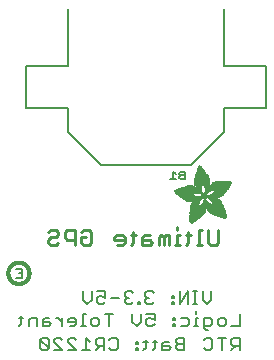
<source format=gbr>
G04 EAGLE Gerber RS-274X export*
G75*
%MOMM*%
%FSLAX34Y34*%
%LPD*%
%INSilkscreen Bottom*%
%IPPOS*%
%AMOC8*
5,1,8,0,0,1.08239X$1,22.5*%
G01*
%ADD10C,0.203200*%
%ADD11C,0.228600*%
%ADD12C,0.152400*%
%ADD13C,0.304800*%
%ADD14R,0.068600X0.007600*%
%ADD15R,0.114300X0.007600*%
%ADD16R,0.152400X0.007700*%
%ADD17R,0.182900X0.007600*%
%ADD18R,0.205700X0.007600*%
%ADD19R,0.228600X0.007600*%
%ADD20R,0.259100X0.007600*%
%ADD21R,0.274300X0.007700*%
%ADD22R,0.289500X0.007600*%
%ADD23R,0.304800X0.007600*%
%ADD24R,0.320100X0.007600*%
%ADD25R,0.342900X0.007600*%
%ADD26R,0.350500X0.007700*%
%ADD27R,0.365800X0.007600*%
%ADD28R,0.381000X0.007600*%
%ADD29R,0.388600X0.007600*%
%ADD30R,0.403800X0.007600*%
%ADD31R,0.419100X0.007700*%
%ADD32R,0.426700X0.007600*%
%ADD33R,0.441900X0.007600*%
%ADD34R,0.449600X0.007600*%
%ADD35R,0.464800X0.007600*%
%ADD36R,0.480000X0.007700*%
%ADD37R,0.487600X0.007600*%
%ADD38R,0.495300X0.007600*%
%ADD39R,0.510500X0.007600*%
%ADD40R,0.518100X0.007600*%
%ADD41R,0.525700X0.007700*%
%ADD42R,0.541000X0.007600*%
%ADD43R,0.548600X0.007600*%
%ADD44R,0.563800X0.007600*%
%ADD45R,0.571500X0.007600*%
%ADD46R,0.579100X0.007700*%
%ADD47R,0.594300X0.007600*%
%ADD48R,0.601900X0.007600*%
%ADD49R,0.609600X0.007600*%
%ADD50R,0.624800X0.007600*%
%ADD51R,0.632400X0.007700*%
%ADD52R,0.640000X0.007600*%
%ADD53R,0.655300X0.007600*%
%ADD54R,0.662900X0.007600*%
%ADD55R,0.678100X0.007600*%
%ADD56R,0.685800X0.007700*%
%ADD57R,0.693400X0.007600*%
%ADD58R,0.708600X0.007600*%
%ADD59R,0.716200X0.007600*%
%ADD60R,0.723900X0.007600*%
%ADD61R,0.739100X0.007700*%
%ADD62R,0.746700X0.007600*%
%ADD63R,0.754300X0.007600*%
%ADD64R,0.769600X0.007600*%
%ADD65R,0.777200X0.007600*%
%ADD66R,0.792400X0.007700*%
%ADD67R,0.800100X0.007600*%
%ADD68R,0.807700X0.007600*%
%ADD69R,0.822900X0.007600*%
%ADD70R,0.830500X0.007600*%
%ADD71R,0.838200X0.007700*%
%ADD72R,0.091500X0.007600*%
%ADD73R,0.853400X0.007600*%
%ADD74R,0.144700X0.007600*%
%ADD75R,0.861000X0.007600*%
%ADD76R,0.190500X0.007600*%
%ADD77R,0.876300X0.007600*%
%ADD78R,0.221000X0.007600*%
%ADD79R,0.883900X0.007600*%
%ADD80R,0.259000X0.007700*%
%ADD81R,0.891500X0.007700*%
%ADD82R,0.289600X0.007600*%
%ADD83R,0.906700X0.007600*%
%ADD84R,0.914400X0.007600*%
%ADD85R,0.350500X0.007600*%
%ADD86R,0.922000X0.007600*%
%ADD87R,0.937200X0.007600*%
%ADD88R,0.411400X0.007700*%
%ADD89R,0.944800X0.007700*%
%ADD90R,0.434300X0.007600*%
%ADD91R,0.952500X0.007600*%
%ADD92R,0.464900X0.007600*%
%ADD93R,0.967700X0.007600*%
%ADD94R,0.975300X0.007600*%
%ADD95R,0.518200X0.007600*%
%ADD96R,0.990600X0.007600*%
%ADD97R,0.548600X0.007700*%
%ADD98R,0.998200X0.007700*%
%ADD99R,1.005800X0.007600*%
%ADD100R,0.594400X0.007600*%
%ADD101R,1.021000X0.007600*%
%ADD102R,0.617200X0.007600*%
%ADD103R,1.028700X0.007600*%
%ADD104R,0.647700X0.007600*%
%ADD105R,1.036300X0.007600*%
%ADD106R,0.670500X0.007700*%
%ADD107R,1.051500X0.007700*%
%ADD108R,1.059100X0.007600*%
%ADD109R,0.716300X0.007600*%
%ADD110R,1.066800X0.007600*%
%ADD111R,0.739100X0.007600*%
%ADD112R,1.074400X0.007600*%
%ADD113R,0.762000X0.007600*%
%ADD114R,1.089600X0.007600*%
%ADD115R,0.784800X0.007700*%
%ADD116R,1.097200X0.007700*%
%ADD117R,1.104900X0.007600*%
%ADD118R,0.830600X0.007600*%
%ADD119R,1.112500X0.007600*%
%ADD120R,0.845800X0.007600*%
%ADD121R,1.120100X0.007600*%
%ADD122R,0.868700X0.007600*%
%ADD123R,1.127700X0.007600*%
%ADD124R,1.135300X0.007700*%
%ADD125R,1.143000X0.007600*%
%ADD126R,0.944900X0.007600*%
%ADD127R,1.150600X0.007600*%
%ADD128R,0.960100X0.007600*%
%ADD129R,1.158200X0.007600*%
%ADD130R,0.983000X0.007600*%
%ADD131R,1.165800X0.007600*%
%ADD132R,1.005900X0.007700*%
%ADD133R,1.173400X0.007700*%
%ADD134R,1.021100X0.007600*%
%ADD135R,1.181100X0.007600*%
%ADD136R,1.044000X0.007600*%
%ADD137R,1.188700X0.007600*%
%ADD138R,1.196300X0.007600*%
%ADD139R,1.082000X0.007600*%
%ADD140R,1.203900X0.007600*%
%ADD141R,1.104900X0.007700*%
%ADD142R,1.211500X0.007700*%
%ADD143R,1.211500X0.007600*%
%ADD144R,1.219200X0.007600*%
%ADD145R,1.226800X0.007600*%
%ADD146R,1.234400X0.007600*%
%ADD147R,1.188700X0.007700*%
%ADD148R,1.242000X0.007700*%
%ADD149R,1.242000X0.007600*%
%ADD150R,1.211600X0.007600*%
%ADD151R,1.249600X0.007600*%
%ADD152R,1.257300X0.007600*%
%ADD153R,1.264900X0.007600*%
%ADD154R,1.242100X0.007700*%
%ADD155R,1.264900X0.007700*%
%ADD156R,1.272500X0.007600*%
%ADD157R,1.265000X0.007600*%
%ADD158R,1.280100X0.007600*%
%ADD159R,1.272600X0.007600*%
%ADD160R,1.287700X0.007600*%
%ADD161R,1.287800X0.007600*%
%ADD162R,1.295400X0.007700*%
%ADD163R,1.303000X0.007600*%
%ADD164R,1.318200X0.007600*%
%ADD165R,1.310600X0.007600*%
%ADD166R,1.325900X0.007600*%
%ADD167R,1.341100X0.007700*%
%ADD168R,1.318200X0.007700*%
%ADD169R,1.341100X0.007600*%
%ADD170R,1.325800X0.007600*%
%ADD171R,1.348700X0.007600*%
%ADD172R,1.364000X0.007600*%
%ADD173R,1.333500X0.007600*%
%ADD174R,1.371600X0.007700*%
%ADD175R,1.379200X0.007600*%
%ADD176R,1.379300X0.007600*%
%ADD177R,1.386900X0.007600*%
%ADD178R,1.394500X0.007600*%
%ADD179R,1.356300X0.007600*%
%ADD180R,1.394400X0.007700*%
%ADD181R,1.356300X0.007700*%
%ADD182R,1.402000X0.007600*%
%ADD183R,1.409700X0.007600*%
%ADD184R,1.363900X0.007600*%
%ADD185R,1.417300X0.007600*%
%ADD186R,1.371600X0.007600*%
%ADD187R,1.424900X0.007700*%
%ADD188R,1.424900X0.007600*%
%ADD189R,1.432600X0.007600*%
%ADD190R,1.440200X0.007600*%
%ADD191R,1.386800X0.007600*%
%ADD192R,1.447800X0.007700*%
%ADD193R,1.386800X0.007700*%
%ADD194R,1.447800X0.007600*%
%ADD195R,1.455500X0.007600*%
%ADD196R,1.394400X0.007600*%
%ADD197R,1.463100X0.007600*%
%ADD198R,1.455400X0.007700*%
%ADD199R,1.463000X0.007600*%
%ADD200R,1.470600X0.007600*%
%ADD201R,1.470600X0.007700*%
%ADD202R,1.409700X0.007700*%
%ADD203R,1.470700X0.007600*%
%ADD204R,1.402100X0.007600*%
%ADD205R,1.478300X0.007600*%
%ADD206R,1.478300X0.007700*%
%ADD207R,1.402100X0.007700*%
%ADD208R,1.485900X0.007600*%
%ADD209R,1.485900X0.007700*%
%ADD210R,1.493500X0.007700*%
%ADD211R,1.493500X0.007600*%
%ADD212R,1.394500X0.007700*%
%ADD213R,1.493600X0.007700*%
%ADD214R,1.386900X0.007700*%
%ADD215R,1.379200X0.007700*%
%ADD216R,2.857500X0.007700*%
%ADD217R,2.857500X0.007600*%
%ADD218R,2.849900X0.007600*%
%ADD219R,2.842300X0.007600*%
%ADD220R,2.834700X0.007700*%
%ADD221R,2.827000X0.007600*%
%ADD222R,2.819400X0.007600*%
%ADD223R,2.811800X0.007600*%
%ADD224R,2.811800X0.007700*%
%ADD225R,2.804100X0.007600*%
%ADD226R,2.796500X0.007600*%
%ADD227R,1.966000X0.007600*%
%ADD228R,1.943100X0.007600*%
%ADD229R,0.754400X0.007600*%
%ADD230R,1.927900X0.007700*%
%ADD231R,0.746700X0.007700*%
%ADD232R,1.912600X0.007600*%
%ADD233R,0.731500X0.007600*%
%ADD234R,1.905000X0.007600*%
%ADD235R,1.882200X0.007600*%
%ADD236R,1.874600X0.007600*%
%ADD237R,1.866900X0.007700*%
%ADD238R,0.708700X0.007700*%
%ADD239R,1.851600X0.007600*%
%ADD240R,0.701100X0.007600*%
%ADD241R,1.844000X0.007600*%
%ADD242R,1.836400X0.007600*%
%ADD243R,1.821200X0.007600*%
%ADD244R,0.685800X0.007600*%
%ADD245R,1.813500X0.007700*%
%ADD246R,1.805900X0.007600*%
%ADD247R,0.678200X0.007600*%
%ADD248R,1.790700X0.007600*%
%ADD249R,0.670600X0.007600*%
%ADD250R,1.775500X0.007600*%
%ADD251R,1.767900X0.007700*%
%ADD252R,0.663000X0.007700*%
%ADD253R,1.760200X0.007600*%
%ADD254R,1.752600X0.007600*%
%ADD255R,0.937300X0.007600*%
%ADD256R,0.792500X0.007600*%
%ADD257R,0.899100X0.007600*%
%ADD258R,0.883900X0.007700*%
%ADD259R,0.716300X0.007700*%
%ADD260R,0.647700X0.007700*%
%ADD261R,0.640100X0.007600*%
%ADD262R,0.632500X0.007600*%
%ADD263R,0.655400X0.007600*%
%ADD264R,0.632400X0.007600*%
%ADD265R,0.845800X0.007700*%
%ADD266R,0.617200X0.007700*%
%ADD267R,0.624800X0.007700*%
%ADD268R,0.602000X0.007600*%
%ADD269R,0.838200X0.007600*%
%ADD270R,0.586700X0.007600*%
%ADD271R,0.548700X0.007600*%
%ADD272R,0.830500X0.007700*%
%ADD273R,0.541000X0.007700*%
%ADD274R,0.594300X0.007700*%
%ADD275R,0.525800X0.007600*%
%ADD276R,0.586800X0.007600*%
%ADD277R,0.815300X0.007600*%
%ADD278R,0.579200X0.007600*%
%ADD279R,0.815400X0.007600*%
%ADD280R,0.815400X0.007700*%
%ADD281R,0.571500X0.007700*%
%ADD282R,0.807800X0.007600*%
%ADD283R,0.563900X0.007600*%
%ADD284R,0.457200X0.007600*%
%ADD285R,0.442000X0.007600*%
%ADD286R,0.556300X0.007600*%
%ADD287R,0.807700X0.007700*%
%ADD288R,0.411500X0.007600*%
%ADD289R,0.533400X0.007600*%
%ADD290R,0.076200X0.007600*%
%ADD291R,0.403900X0.007600*%
%ADD292R,0.525700X0.007600*%
%ADD293R,0.388700X0.007600*%
%ADD294R,0.297200X0.007600*%
%ADD295R,0.373400X0.007700*%
%ADD296R,0.503000X0.007700*%
%ADD297R,0.426800X0.007700*%
%ADD298R,0.358100X0.007600*%
%ADD299R,0.502900X0.007600*%
%ADD300R,0.472400X0.007600*%
%ADD301R,0.487700X0.007600*%
%ADD302R,0.335300X0.007600*%
%ADD303R,0.792500X0.007700*%
%ADD304R,0.327600X0.007700*%
%ADD305R,0.472400X0.007700*%
%ADD306R,0.640000X0.007700*%
%ADD307R,0.784800X0.007600*%
%ADD308R,0.320000X0.007600*%
%ADD309R,0.792400X0.007600*%
%ADD310R,1.173400X0.007600*%
%ADD311R,1.196400X0.007600*%
%ADD312R,0.784900X0.007600*%
%ADD313R,0.784900X0.007700*%
%ADD314R,0.297200X0.007700*%
%ADD315R,1.249700X0.007600*%
%ADD316R,0.281900X0.007600*%
%ADD317R,1.295400X0.007600*%
%ADD318R,0.266700X0.007600*%
%ADD319R,0.777300X0.007700*%
%ADD320R,0.266700X0.007700*%
%ADD321R,1.333500X0.007700*%
%ADD322R,0.777300X0.007600*%
%ADD323R,1.348800X0.007600*%
%ADD324R,0.251500X0.007600*%
%ADD325R,0.243900X0.007700*%
%ADD326R,0.243900X0.007600*%
%ADD327R,1.440100X0.007600*%
%ADD328R,0.236200X0.007600*%
%ADD329R,0.762000X0.007700*%
%ADD330R,0.236200X0.007700*%
%ADD331R,1.508700X0.007700*%
%ADD332R,1.531600X0.007600*%
%ADD333R,1.546900X0.007600*%
%ADD334R,1.569700X0.007600*%
%ADD335R,1.585000X0.007600*%
%ADD336R,0.746800X0.007700*%
%ADD337R,1.607800X0.007700*%
%ADD338R,0.243800X0.007600*%
%ADD339R,1.630700X0.007600*%
%ADD340R,1.653500X0.007600*%
%ADD341R,0.739200X0.007600*%
%ADD342R,1.684000X0.007600*%
%ADD343R,2.019300X0.007600*%
%ADD344R,0.731500X0.007700*%
%ADD345R,2.026900X0.007700*%
%ADD346R,2.049800X0.007600*%
%ADD347R,2.057400X0.007600*%
%ADD348R,0.708700X0.007600*%
%ADD349R,2.072600X0.007600*%
%ADD350R,0.701000X0.007600*%
%ADD351R,2.095500X0.007600*%
%ADD352R,0.693500X0.007700*%
%ADD353R,2.110800X0.007700*%
%ADD354R,2.141200X0.007600*%
%ADD355R,0.060900X0.007600*%
%ADD356R,2.872700X0.007600*%
%ADD357R,3.124200X0.007600*%
%ADD358R,3.177600X0.007600*%
%ADD359R,3.215600X0.007700*%
%ADD360R,3.253700X0.007600*%
%ADD361R,3.284300X0.007600*%
%ADD362R,3.314700X0.007600*%
%ADD363R,3.352800X0.007600*%
%ADD364R,3.375600X0.007700*%
%ADD365R,3.406200X0.007600*%
%ADD366R,3.429000X0.007600*%
%ADD367R,3.451800X0.007600*%
%ADD368R,3.482400X0.007600*%
%ADD369R,1.828800X0.007700*%
%ADD370R,1.539300X0.007700*%
%ADD371R,1.767900X0.007600*%
%ADD372R,1.767800X0.007600*%
%ADD373R,1.760200X0.007700*%
%ADD374R,1.760300X0.007600*%
%ADD375R,1.775400X0.007700*%
%ADD376R,1.379300X0.007700*%
%ADD377R,1.783000X0.007600*%
%ADD378R,1.813500X0.007600*%
%ADD379R,1.821100X0.007700*%
%ADD380R,0.503000X0.007600*%
%ADD381R,1.135400X0.007600*%
%ADD382R,1.127700X0.007700*%
%ADD383R,0.487700X0.007700*%
%ADD384R,1.120200X0.007600*%
%ADD385R,1.097300X0.007600*%
%ADD386R,0.510600X0.007600*%
%ADD387R,1.074400X0.007700*%
%ADD388R,0.525800X0.007700*%
%ADD389R,1.440200X0.007700*%
%ADD390R,1.059200X0.007600*%
%ADD391R,1.051600X0.007600*%
%ADD392R,1.051500X0.007600*%
%ADD393R,1.043900X0.007700*%
%ADD394R,0.602000X0.007700*%
%ADD395R,1.524000X0.007600*%
%ADD396R,1.539300X0.007600*%
%ADD397R,1.592600X0.007600*%
%ADD398R,1.021100X0.007700*%
%ADD399R,1.615400X0.007700*%
%ADD400R,1.013400X0.007600*%
%ADD401R,1.653600X0.007600*%
%ADD402R,1.013500X0.007600*%
%ADD403R,1.699300X0.007600*%
%ADD404R,2.743200X0.007600*%
%ADD405R,1.005900X0.007600*%
%ADD406R,2.415500X0.007600*%
%ADD407R,1.005800X0.007700*%
%ADD408R,0.281900X0.007700*%
%ADD409R,2.408000X0.007700*%
%ADD410R,2.407900X0.007600*%
%ADD411R,0.998200X0.007600*%
%ADD412R,0.282000X0.007600*%
%ADD413R,0.998300X0.007600*%
%ADD414R,2.400300X0.007600*%
%ADD415R,0.289500X0.007700*%
%ADD416R,2.400300X0.007700*%
%ADD417R,0.297100X0.007600*%
%ADD418R,0.312400X0.007600*%
%ADD419R,2.392700X0.007600*%
%ADD420R,0.990600X0.007700*%
%ADD421R,0.327700X0.007700*%
%ADD422R,2.392700X0.007700*%
%ADD423R,2.385100X0.007600*%
%ADD424R,0.381000X0.007700*%
%ADD425R,2.377400X0.007700*%
%ADD426R,2.377400X0.007600*%
%ADD427R,2.369800X0.007600*%
%ADD428R,0.419100X0.007600*%
%ADD429R,2.362200X0.007600*%
%ADD430R,0.426800X0.007600*%
%ADD431R,1.036300X0.007700*%
%ADD432R,0.442000X0.007700*%
%ADD433R,2.354600X0.007700*%
%ADD434R,2.354600X0.007600*%
%ADD435R,0.480100X0.007600*%
%ADD436R,2.347000X0.007600*%
%ADD437R,1.074500X0.007600*%
%ADD438R,2.339400X0.007600*%
%ADD439R,1.082100X0.007700*%
%ADD440R,0.548700X0.007700*%
%ADD441R,2.331800X0.007700*%
%ADD442R,2.331800X0.007600*%
%ADD443R,0.624900X0.007600*%
%ADD444R,2.324100X0.007600*%
%ADD445R,1.859300X0.007600*%
%ADD446R,2.308800X0.007600*%
%ADD447R,2.301200X0.007700*%
%ADD448R,2.301200X0.007600*%
%ADD449R,2.293600X0.007600*%
%ADD450R,2.278400X0.007600*%
%ADD451R,1.889800X0.007600*%
%ADD452R,2.270700X0.007600*%
%ADD453R,1.897400X0.007700*%
%ADD454R,2.255500X0.007700*%
%ADD455R,1.897400X0.007600*%
%ADD456R,2.247900X0.007600*%
%ADD457R,2.232600X0.007600*%
%ADD458R,1.912700X0.007600*%
%ADD459R,2.209800X0.007600*%
%ADD460R,1.920300X0.007600*%
%ADD461R,2.186900X0.007600*%
%ADD462R,1.920300X0.007700*%
%ADD463R,2.171700X0.007700*%
%ADD464R,1.935500X0.007600*%
%ADD465R,2.148800X0.007600*%
%ADD466R,2.126000X0.007600*%
%ADD467R,1.950700X0.007600*%
%ADD468R,1.958400X0.007700*%
%ADD469R,2.042200X0.007700*%
%ADD470R,1.973600X0.007600*%
%ADD471R,1.996500X0.007600*%
%ADD472R,1.981200X0.007600*%
%ADD473R,1.988800X0.007600*%
%ADD474R,1.996400X0.007700*%
%ADD475R,1.996400X0.007600*%
%ADD476R,2.004100X0.007600*%
%ADD477R,1.874500X0.007600*%
%ADD478R,1.425000X0.007600*%
%ADD479R,2.026900X0.007600*%
%ADD480R,0.434400X0.007700*%
%ADD481R,1.364000X0.007700*%
%ADD482R,2.034500X0.007600*%
%ADD483R,0.434400X0.007600*%
%ADD484R,2.049700X0.007600*%
%ADD485R,2.065000X0.007700*%
%ADD486R,0.464800X0.007700*%
%ADD487R,1.196300X0.007700*%
%ADD488R,2.080300X0.007600*%
%ADD489R,1.158300X0.007600*%
%ADD490R,2.087900X0.007600*%
%ADD491R,0.472500X0.007600*%
%ADD492R,2.103100X0.007600*%
%ADD493R,2.118400X0.007600*%
%ADD494R,2.133600X0.007600*%
%ADD495R,2.148800X0.007700*%
%ADD496R,2.164000X0.007600*%
%ADD497R,2.171700X0.007600*%
%ADD498R,2.187000X0.007600*%
%ADD499R,0.556200X0.007600*%
%ADD500R,2.202200X0.007700*%
%ADD501R,0.556200X0.007700*%
%ADD502R,0.640100X0.007700*%
%ADD503R,0.579100X0.007600*%
%ADD504R,0.480000X0.007600*%
%ADD505R,1.752600X0.007700*%
%ADD506R,0.487600X0.007700*%
%ADD507R,0.594400X0.007700*%
%ADD508R,0.358100X0.007700*%
%ADD509R,0.099000X0.007600*%
%ADD510R,1.280200X0.007600*%
%ADD511R,1.745000X0.007600*%
%ADD512R,1.744900X0.007600*%
%ADD513R,1.737300X0.007700*%
%ADD514R,1.737400X0.007600*%
%ADD515R,1.729800X0.007600*%
%ADD516R,1.722200X0.007600*%
%ADD517R,1.722100X0.007600*%
%ADD518R,1.714500X0.007700*%
%ADD519R,1.356400X0.007700*%
%ADD520R,1.706900X0.007600*%
%ADD521R,1.356400X0.007600*%
%ADD522R,1.691700X0.007600*%
%ADD523R,1.668800X0.007700*%
%ADD524R,1.645900X0.007600*%
%ADD525R,1.623100X0.007600*%
%ADD526R,1.577400X0.007600*%
%ADD527R,1.554400X0.007600*%
%ADD528R,1.539200X0.007600*%
%ADD529R,1.524000X0.007700*%
%ADD530R,1.501100X0.007600*%
%ADD531R,1.455400X0.007600*%
%ADD532R,1.348800X0.007700*%
%ADD533R,1.318300X0.007600*%
%ADD534R,1.310600X0.007700*%
%ADD535R,1.287800X0.007700*%
%ADD536R,1.234500X0.007600*%
%ADD537R,1.226900X0.007600*%
%ADD538R,1.173500X0.007700*%
%ADD539R,1.173500X0.007600*%
%ADD540R,1.165900X0.007600*%
%ADD541R,1.143000X0.007700*%
%ADD542R,1.127800X0.007600*%
%ADD543R,1.097200X0.007600*%
%ADD544R,1.028700X0.007700*%
%ADD545R,0.982900X0.007600*%
%ADD546R,0.952500X0.007700*%
%ADD547R,0.929600X0.007600*%
%ADD548R,0.906800X0.007700*%
%ADD549R,0.906800X0.007600*%
%ADD550R,0.899200X0.007600*%
%ADD551R,0.884000X0.007600*%
%ADD552R,0.876300X0.007700*%
%ADD553R,0.830600X0.007700*%
%ADD554R,0.754400X0.007700*%
%ADD555R,0.746800X0.007600*%
%ADD556R,0.708600X0.007700*%
%ADD557R,0.678200X0.007700*%
%ADD558R,0.663000X0.007600*%
%ADD559R,0.632500X0.007700*%
%ADD560R,0.556300X0.007700*%
%ADD561R,0.518200X0.007700*%
%ADD562R,0.434300X0.007700*%
%ADD563R,0.396300X0.007700*%
%ADD564R,0.373300X0.007600*%
%ADD565R,0.365700X0.007600*%
%ADD566R,0.327700X0.007600*%
%ADD567R,0.304800X0.007700*%
%ADD568R,0.274300X0.007600*%
%ADD569R,0.243800X0.007700*%
%ADD570R,0.205800X0.007600*%
%ADD571R,0.152400X0.007600*%
%ADD572R,0.121900X0.007700*%


D10*
X181864Y97813D02*
X181864Y90695D01*
X178305Y87136D01*
X174746Y90695D01*
X174746Y97813D01*
X170170Y87136D02*
X166611Y87136D01*
X168391Y87136D02*
X168391Y97813D01*
X170170Y97813D02*
X166611Y97813D01*
X162374Y97813D02*
X162374Y87136D01*
X155256Y87136D02*
X162374Y97813D01*
X155256Y97813D02*
X155256Y87136D01*
X150680Y94254D02*
X148901Y94254D01*
X148901Y92475D01*
X150680Y92475D01*
X150680Y94254D01*
X150680Y88916D02*
X148901Y88916D01*
X148901Y87136D01*
X150680Y87136D01*
X150680Y88916D01*
X133139Y96034D02*
X131360Y97813D01*
X127801Y97813D01*
X126021Y96034D01*
X126021Y94254D01*
X127801Y92475D01*
X129580Y92475D01*
X127801Y92475D02*
X126021Y90695D01*
X126021Y88916D01*
X127801Y87136D01*
X131360Y87136D01*
X133139Y88916D01*
X121445Y88916D02*
X121445Y87136D01*
X121445Y88916D02*
X119666Y88916D01*
X119666Y87136D01*
X121445Y87136D01*
X115598Y96034D02*
X113819Y97813D01*
X110260Y97813D01*
X108480Y96034D01*
X108480Y94254D01*
X110260Y92475D01*
X112039Y92475D01*
X110260Y92475D02*
X108480Y90695D01*
X108480Y88916D01*
X110260Y87136D01*
X113819Y87136D01*
X115598Y88916D01*
X103904Y92475D02*
X96786Y92475D01*
X92210Y97813D02*
X85092Y97813D01*
X92210Y97813D02*
X92210Y92475D01*
X88651Y94254D01*
X86872Y94254D01*
X85092Y92475D01*
X85092Y88916D01*
X86872Y87136D01*
X90431Y87136D01*
X92210Y88916D01*
X80516Y90695D02*
X80516Y97813D01*
X80516Y90695D02*
X76957Y87136D01*
X73398Y90695D01*
X73398Y97813D01*
X205994Y79003D02*
X205994Y68326D01*
X198876Y68326D01*
X192521Y68326D02*
X188961Y68326D01*
X187182Y70106D01*
X187182Y73665D01*
X188961Y75444D01*
X192521Y75444D01*
X194300Y73665D01*
X194300Y70106D01*
X192521Y68326D01*
X179047Y64767D02*
X177268Y64767D01*
X175488Y66547D01*
X175488Y75444D01*
X180827Y75444D01*
X182606Y73665D01*
X182606Y70106D01*
X180827Y68326D01*
X175488Y68326D01*
X170912Y75444D02*
X169133Y75444D01*
X169133Y68326D01*
X170912Y68326D02*
X167353Y68326D01*
X169133Y79003D02*
X169133Y80783D01*
X161337Y75444D02*
X155998Y75444D01*
X161337Y75444D02*
X163116Y73665D01*
X163116Y70106D01*
X161337Y68326D01*
X155998Y68326D01*
X151422Y75444D02*
X149643Y75444D01*
X149643Y73665D01*
X151422Y73665D01*
X151422Y75444D01*
X151422Y70106D02*
X149643Y70106D01*
X149643Y68326D01*
X151422Y68326D01*
X151422Y70106D01*
X133881Y79003D02*
X126763Y79003D01*
X133881Y79003D02*
X133881Y73665D01*
X130322Y75444D01*
X128543Y75444D01*
X126763Y73665D01*
X126763Y70106D01*
X128543Y68326D01*
X132102Y68326D01*
X133881Y70106D01*
X122187Y71885D02*
X122187Y79003D01*
X122187Y71885D02*
X118628Y68326D01*
X115069Y71885D01*
X115069Y79003D01*
X95240Y79003D02*
X95240Y68326D01*
X98799Y79003D02*
X91681Y79003D01*
X85326Y68326D02*
X81767Y68326D01*
X79987Y70106D01*
X79987Y73665D01*
X81767Y75444D01*
X85326Y75444D01*
X87105Y73665D01*
X87105Y70106D01*
X85326Y68326D01*
X75411Y79003D02*
X73632Y79003D01*
X73632Y68326D01*
X75411Y68326D02*
X71852Y68326D01*
X65836Y68326D02*
X62277Y68326D01*
X65836Y68326D02*
X67615Y70106D01*
X67615Y73665D01*
X65836Y75444D01*
X62277Y75444D01*
X60497Y73665D01*
X60497Y71885D01*
X67615Y71885D01*
X55921Y68326D02*
X55921Y75444D01*
X55921Y71885D02*
X52362Y75444D01*
X50583Y75444D01*
X44397Y75444D02*
X40838Y75444D01*
X39058Y73665D01*
X39058Y68326D01*
X44397Y68326D01*
X46176Y70106D01*
X44397Y71885D01*
X39058Y71885D01*
X34483Y68326D02*
X34483Y75444D01*
X29144Y75444D01*
X27364Y73665D01*
X27364Y68326D01*
X21009Y70106D02*
X21009Y77224D01*
X21009Y70106D02*
X19230Y68326D01*
X19230Y75444D02*
X22789Y75444D01*
X205994Y58683D02*
X205994Y48006D01*
X205994Y58683D02*
X200655Y58683D01*
X198876Y56904D01*
X198876Y53345D01*
X200655Y51565D01*
X205994Y51565D01*
X202435Y51565D02*
X198876Y48006D01*
X190741Y48006D02*
X190741Y58683D01*
X194300Y58683D02*
X187182Y58683D01*
X177268Y58683D02*
X175488Y56904D01*
X177268Y58683D02*
X180827Y58683D01*
X182606Y56904D01*
X182606Y49786D01*
X180827Y48006D01*
X177268Y48006D01*
X175488Y49786D01*
X159218Y48006D02*
X159218Y58683D01*
X153880Y58683D01*
X152100Y56904D01*
X152100Y55124D01*
X153880Y53345D01*
X152100Y51565D01*
X152100Y49786D01*
X153880Y48006D01*
X159218Y48006D01*
X159218Y53345D02*
X153880Y53345D01*
X145745Y55124D02*
X142186Y55124D01*
X140406Y53345D01*
X140406Y48006D01*
X145745Y48006D01*
X147524Y49786D01*
X145745Y51565D01*
X140406Y51565D01*
X134051Y49786D02*
X134051Y56904D01*
X134051Y49786D02*
X132271Y48006D01*
X132271Y55124D02*
X135830Y55124D01*
X126255Y56904D02*
X126255Y49786D01*
X124475Y48006D01*
X124475Y55124D02*
X128034Y55124D01*
X120238Y55124D02*
X118459Y55124D01*
X118459Y53345D01*
X120238Y53345D01*
X120238Y55124D01*
X120238Y49786D02*
X118459Y49786D01*
X118459Y48006D01*
X120238Y48006D01*
X120238Y49786D01*
X97359Y58683D02*
X95579Y56904D01*
X97359Y58683D02*
X100918Y58683D01*
X102697Y56904D01*
X102697Y49786D01*
X100918Y48006D01*
X97359Y48006D01*
X95579Y49786D01*
X91003Y48006D02*
X91003Y58683D01*
X85665Y58683D01*
X83885Y56904D01*
X83885Y53345D01*
X85665Y51565D01*
X91003Y51565D01*
X87444Y51565D02*
X83885Y48006D01*
X79309Y55124D02*
X75750Y58683D01*
X75750Y48006D01*
X79309Y48006D02*
X72191Y48006D01*
X67615Y48006D02*
X60497Y48006D01*
X67615Y48006D02*
X60497Y55124D01*
X60497Y56904D01*
X62277Y58683D01*
X65836Y58683D01*
X67615Y56904D01*
X55921Y48006D02*
X48803Y48006D01*
X55921Y48006D02*
X48803Y55124D01*
X48803Y56904D01*
X50583Y58683D01*
X54142Y58683D01*
X55921Y56904D01*
X44227Y56904D02*
X44227Y49786D01*
X44227Y56904D02*
X42448Y58683D01*
X38889Y58683D01*
X37109Y56904D01*
X37109Y49786D01*
X38889Y48006D01*
X42448Y48006D01*
X44227Y49786D01*
X37109Y56904D01*
D11*
X187999Y139194D02*
X187999Y149998D01*
X187999Y139194D02*
X185838Y137033D01*
X181516Y137033D01*
X179355Y139194D01*
X179355Y149998D01*
X173966Y149998D02*
X171805Y149998D01*
X171805Y137033D01*
X173966Y137033D02*
X169644Y137033D01*
X162450Y139194D02*
X162450Y147837D01*
X162450Y139194D02*
X160289Y137033D01*
X160289Y145676D02*
X164611Y145676D01*
X155255Y145676D02*
X153095Y145676D01*
X153095Y137033D01*
X155255Y137033D02*
X150934Y137033D01*
X153095Y149998D02*
X153095Y152159D01*
X145900Y145676D02*
X145900Y137033D01*
X145900Y145676D02*
X143739Y145676D01*
X141579Y143516D01*
X141579Y137033D01*
X141579Y143516D02*
X139418Y145676D01*
X137257Y143516D01*
X137257Y137033D01*
X129707Y145676D02*
X125385Y145676D01*
X123224Y143516D01*
X123224Y137033D01*
X129707Y137033D01*
X131867Y139194D01*
X129707Y141355D01*
X123224Y141355D01*
X115674Y139194D02*
X115674Y147837D01*
X115674Y139194D02*
X113513Y137033D01*
X113513Y145676D02*
X117835Y145676D01*
X106319Y137033D02*
X101997Y137033D01*
X106319Y137033D02*
X108479Y139194D01*
X108479Y143516D01*
X106319Y145676D01*
X101997Y145676D01*
X99836Y143516D01*
X99836Y141355D01*
X108479Y141355D01*
X73931Y149998D02*
X71771Y147837D01*
X73931Y149998D02*
X78253Y149998D01*
X80414Y147837D01*
X80414Y139194D01*
X78253Y137033D01*
X73931Y137033D01*
X71771Y139194D01*
X71771Y143516D01*
X76092Y143516D01*
X66381Y149998D02*
X66381Y137033D01*
X66381Y149998D02*
X59899Y149998D01*
X57738Y147837D01*
X57738Y143516D01*
X59899Y141355D01*
X66381Y141355D01*
X45866Y149998D02*
X43705Y147837D01*
X45866Y149998D02*
X50188Y149998D01*
X52348Y147837D01*
X52348Y145676D01*
X50188Y143516D01*
X45866Y143516D01*
X43705Y141355D01*
X43705Y139194D01*
X45866Y137033D01*
X50188Y137033D01*
X52348Y139194D01*
D10*
X193040Y252730D02*
X228600Y252730D01*
X193040Y252730D02*
X193040Y232410D01*
X165100Y204470D01*
X88900Y204470D01*
X60960Y232410D01*
X60960Y252730D01*
X25400Y252730D01*
X25400Y288290D01*
X60960Y288290D01*
X60960Y336550D01*
X193040Y336550D02*
X193040Y288290D01*
X228600Y288290D01*
X228600Y252730D01*
D12*
X159258Y199282D02*
X159258Y192672D01*
X159258Y199282D02*
X155953Y199282D01*
X154852Y198180D01*
X154852Y197078D01*
X155953Y195977D01*
X154852Y194875D01*
X154852Y193774D01*
X155953Y192672D01*
X159258Y192672D01*
X159258Y195977D02*
X155953Y195977D01*
X151774Y197078D02*
X149571Y199282D01*
X149571Y192672D01*
X151774Y192672D02*
X147367Y192672D01*
D13*
X10070Y113030D02*
X10073Y113250D01*
X10081Y113471D01*
X10094Y113691D01*
X10113Y113910D01*
X10138Y114129D01*
X10167Y114348D01*
X10202Y114565D01*
X10243Y114782D01*
X10288Y114998D01*
X10339Y115212D01*
X10395Y115425D01*
X10457Y115637D01*
X10523Y115847D01*
X10595Y116055D01*
X10672Y116262D01*
X10754Y116466D01*
X10840Y116669D01*
X10932Y116869D01*
X11029Y117068D01*
X11130Y117263D01*
X11237Y117456D01*
X11348Y117647D01*
X11463Y117834D01*
X11583Y118019D01*
X11708Y118201D01*
X11837Y118379D01*
X11971Y118555D01*
X12108Y118727D01*
X12250Y118895D01*
X12396Y119061D01*
X12546Y119222D01*
X12700Y119380D01*
X12858Y119534D01*
X13019Y119684D01*
X13185Y119830D01*
X13353Y119972D01*
X13525Y120109D01*
X13701Y120243D01*
X13879Y120372D01*
X14061Y120497D01*
X14246Y120617D01*
X14433Y120732D01*
X14624Y120843D01*
X14817Y120950D01*
X15012Y121051D01*
X15211Y121148D01*
X15411Y121240D01*
X15614Y121326D01*
X15818Y121408D01*
X16025Y121485D01*
X16233Y121557D01*
X16443Y121623D01*
X16655Y121685D01*
X16868Y121741D01*
X17082Y121792D01*
X17298Y121837D01*
X17515Y121878D01*
X17732Y121913D01*
X17951Y121942D01*
X18170Y121967D01*
X18389Y121986D01*
X18609Y121999D01*
X18830Y122007D01*
X19050Y122010D01*
X19270Y122007D01*
X19491Y121999D01*
X19711Y121986D01*
X19930Y121967D01*
X20149Y121942D01*
X20368Y121913D01*
X20585Y121878D01*
X20802Y121837D01*
X21018Y121792D01*
X21232Y121741D01*
X21445Y121685D01*
X21657Y121623D01*
X21867Y121557D01*
X22075Y121485D01*
X22282Y121408D01*
X22486Y121326D01*
X22689Y121240D01*
X22889Y121148D01*
X23088Y121051D01*
X23283Y120950D01*
X23476Y120843D01*
X23667Y120732D01*
X23854Y120617D01*
X24039Y120497D01*
X24221Y120372D01*
X24399Y120243D01*
X24575Y120109D01*
X24747Y119972D01*
X24915Y119830D01*
X25081Y119684D01*
X25242Y119534D01*
X25400Y119380D01*
X25554Y119222D01*
X25704Y119061D01*
X25850Y118895D01*
X25992Y118727D01*
X26129Y118555D01*
X26263Y118379D01*
X26392Y118201D01*
X26517Y118019D01*
X26637Y117834D01*
X26752Y117647D01*
X26863Y117456D01*
X26970Y117263D01*
X27071Y117068D01*
X27168Y116869D01*
X27260Y116669D01*
X27346Y116466D01*
X27428Y116262D01*
X27505Y116055D01*
X27577Y115847D01*
X27643Y115637D01*
X27705Y115425D01*
X27761Y115212D01*
X27812Y114998D01*
X27857Y114782D01*
X27898Y114565D01*
X27933Y114348D01*
X27962Y114129D01*
X27987Y113910D01*
X28006Y113691D01*
X28019Y113471D01*
X28027Y113250D01*
X28030Y113030D01*
X28027Y112810D01*
X28019Y112589D01*
X28006Y112369D01*
X27987Y112150D01*
X27962Y111931D01*
X27933Y111712D01*
X27898Y111495D01*
X27857Y111278D01*
X27812Y111062D01*
X27761Y110848D01*
X27705Y110635D01*
X27643Y110423D01*
X27577Y110213D01*
X27505Y110005D01*
X27428Y109798D01*
X27346Y109594D01*
X27260Y109391D01*
X27168Y109191D01*
X27071Y108992D01*
X26970Y108797D01*
X26863Y108604D01*
X26752Y108413D01*
X26637Y108226D01*
X26517Y108041D01*
X26392Y107859D01*
X26263Y107681D01*
X26129Y107505D01*
X25992Y107333D01*
X25850Y107165D01*
X25704Y106999D01*
X25554Y106838D01*
X25400Y106680D01*
X25242Y106526D01*
X25081Y106376D01*
X24915Y106230D01*
X24747Y106088D01*
X24575Y105951D01*
X24399Y105817D01*
X24221Y105688D01*
X24039Y105563D01*
X23854Y105443D01*
X23667Y105328D01*
X23476Y105217D01*
X23283Y105110D01*
X23088Y105009D01*
X22889Y104912D01*
X22689Y104820D01*
X22486Y104734D01*
X22282Y104652D01*
X22075Y104575D01*
X21867Y104503D01*
X21657Y104437D01*
X21445Y104375D01*
X21232Y104319D01*
X21018Y104268D01*
X20802Y104223D01*
X20585Y104182D01*
X20368Y104147D01*
X20149Y104118D01*
X19930Y104093D01*
X19711Y104074D01*
X19491Y104061D01*
X19270Y104053D01*
X19050Y104050D01*
X18830Y104053D01*
X18609Y104061D01*
X18389Y104074D01*
X18170Y104093D01*
X17951Y104118D01*
X17732Y104147D01*
X17515Y104182D01*
X17298Y104223D01*
X17082Y104268D01*
X16868Y104319D01*
X16655Y104375D01*
X16443Y104437D01*
X16233Y104503D01*
X16025Y104575D01*
X15818Y104652D01*
X15614Y104734D01*
X15411Y104820D01*
X15211Y104912D01*
X15012Y105009D01*
X14817Y105110D01*
X14624Y105217D01*
X14433Y105328D01*
X14246Y105443D01*
X14061Y105563D01*
X13879Y105688D01*
X13701Y105817D01*
X13525Y105951D01*
X13353Y106088D01*
X13185Y106230D01*
X13019Y106376D01*
X12858Y106526D01*
X12700Y106680D01*
X12546Y106838D01*
X12396Y106999D01*
X12250Y107165D01*
X12108Y107333D01*
X11971Y107505D01*
X11837Y107681D01*
X11708Y107859D01*
X11583Y108041D01*
X11463Y108226D01*
X11348Y108413D01*
X11237Y108604D01*
X11130Y108797D01*
X11029Y108992D01*
X10932Y109191D01*
X10840Y109391D01*
X10754Y109594D01*
X10672Y109798D01*
X10595Y110005D01*
X10523Y110213D01*
X10457Y110423D01*
X10395Y110635D01*
X10339Y110848D01*
X10288Y111062D01*
X10243Y111278D01*
X10202Y111495D01*
X10167Y111712D01*
X10138Y111931D01*
X10113Y112150D01*
X10094Y112369D01*
X10081Y112589D01*
X10073Y112810D01*
X10070Y113030D01*
D10*
X16167Y117101D02*
X21590Y117101D01*
X21590Y108966D01*
X16167Y108966D01*
X18878Y113033D02*
X21590Y113033D01*
D14*
X165252Y154940D03*
D15*
X165253Y155016D03*
D16*
X165290Y155093D03*
D17*
X165291Y155169D03*
D18*
X165253Y155245D03*
D19*
X165290Y155321D03*
D20*
X165291Y155397D03*
D21*
X165291Y155474D03*
D22*
X165291Y155550D03*
D23*
X165367Y155626D03*
D24*
X165367Y155702D03*
D25*
X165405Y155778D03*
D26*
X165443Y155855D03*
D27*
X165443Y155931D03*
D28*
X165519Y156007D03*
D29*
X165557Y156083D03*
D30*
X165557Y156159D03*
D31*
X165634Y156236D03*
D32*
X165672Y156312D03*
D33*
X165748Y156388D03*
D34*
X165786Y156464D03*
D35*
X165786Y156540D03*
D36*
X165862Y156617D03*
D37*
X165900Y156693D03*
D38*
X165939Y156769D03*
D39*
X166015Y156845D03*
D40*
X166053Y156921D03*
D41*
X166091Y156998D03*
D42*
X166167Y157074D03*
D43*
X166205Y157150D03*
D44*
X166281Y157226D03*
D45*
X166320Y157302D03*
D46*
X166358Y157379D03*
D47*
X166434Y157455D03*
D48*
X166472Y157531D03*
D49*
X166510Y157607D03*
D50*
X166586Y157683D03*
D51*
X166624Y157760D03*
D52*
X166662Y157836D03*
D53*
X166739Y157912D03*
D54*
X166777Y157988D03*
D55*
X166853Y158064D03*
D56*
X166891Y158141D03*
D57*
X166929Y158217D03*
D58*
X167005Y158293D03*
D59*
X167043Y158369D03*
D60*
X167082Y158445D03*
D61*
X167158Y158522D03*
D62*
X167196Y158598D03*
D63*
X167234Y158674D03*
D64*
X167310Y158750D03*
D65*
X167348Y158826D03*
D66*
X167424Y158903D03*
D67*
X167463Y158979D03*
D68*
X167501Y159055D03*
D69*
X167577Y159131D03*
D70*
X167615Y159207D03*
D71*
X167653Y159284D03*
D72*
X193180Y159360D03*
D73*
X167729Y159360D03*
D74*
X193142Y159436D03*
D75*
X167767Y159436D03*
D76*
X193066Y159512D03*
D77*
X167844Y159512D03*
D78*
X192989Y159588D03*
D79*
X167882Y159588D03*
D80*
X192951Y159665D03*
D81*
X167920Y159665D03*
D82*
X192875Y159741D03*
D83*
X167996Y159741D03*
D24*
X192799Y159817D03*
D84*
X168034Y159817D03*
D85*
X192723Y159893D03*
D86*
X168072Y159893D03*
D28*
X192646Y159969D03*
D87*
X168148Y159969D03*
D88*
X192570Y160046D03*
D89*
X168186Y160046D03*
D90*
X192456Y160122D03*
D91*
X168225Y160122D03*
D92*
X192380Y160198D03*
D93*
X168301Y160198D03*
D38*
X192304Y160274D03*
D94*
X168339Y160274D03*
D95*
X192189Y160350D03*
D96*
X168415Y160350D03*
D97*
X192113Y160427D03*
D98*
X168453Y160427D03*
D45*
X191999Y160503D03*
D99*
X168491Y160503D03*
D100*
X191884Y160579D03*
D101*
X168567Y160579D03*
D102*
X191770Y160655D03*
D103*
X168606Y160655D03*
D104*
X191694Y160731D03*
D105*
X168644Y160731D03*
D106*
X191580Y160808D03*
D107*
X168720Y160808D03*
D57*
X191465Y160884D03*
D108*
X168758Y160884D03*
D109*
X191351Y160960D03*
D110*
X168796Y160960D03*
D111*
X191237Y161036D03*
D112*
X168834Y161036D03*
D113*
X191122Y161112D03*
D114*
X168910Y161112D03*
D115*
X191008Y161189D03*
D116*
X168948Y161189D03*
D68*
X190894Y161265D03*
D117*
X168987Y161265D03*
D118*
X190779Y161341D03*
D119*
X169025Y161341D03*
D120*
X190627Y161417D03*
D121*
X169063Y161417D03*
D122*
X190513Y161493D03*
D123*
X169101Y161493D03*
D81*
X190399Y161570D03*
D124*
X169139Y161570D03*
D86*
X190246Y161646D03*
D125*
X169177Y161646D03*
D126*
X190132Y161722D03*
D127*
X169215Y161722D03*
D128*
X189980Y161798D03*
D129*
X169253Y161798D03*
D130*
X189865Y161874D03*
D131*
X169291Y161874D03*
D132*
X189751Y161951D03*
D133*
X169329Y161951D03*
D134*
X189599Y162027D03*
D135*
X169368Y162027D03*
D136*
X189484Y162103D03*
D137*
X169406Y162103D03*
D110*
X189370Y162179D03*
D138*
X169444Y162179D03*
D139*
X189217Y162255D03*
D140*
X169482Y162255D03*
D141*
X189103Y162332D03*
D142*
X169520Y162332D03*
D121*
X189027Y162408D03*
D143*
X169520Y162408D03*
D125*
X188912Y162484D03*
D144*
X169558Y162484D03*
D127*
X188798Y162560D03*
D145*
X169596Y162560D03*
D131*
X188722Y162636D03*
D146*
X169634Y162636D03*
D147*
X188608Y162713D03*
D148*
X169672Y162713D03*
D138*
X188494Y162789D03*
D149*
X169672Y162789D03*
D150*
X188417Y162865D03*
D151*
X169710Y162865D03*
D145*
X188341Y162941D03*
D152*
X169749Y162941D03*
D145*
X188265Y163017D03*
D153*
X169787Y163017D03*
D154*
X188189Y163094D03*
D155*
X169787Y163094D03*
D152*
X188113Y163170D03*
D156*
X169825Y163170D03*
D157*
X187998Y163246D03*
D158*
X169863Y163246D03*
D159*
X187960Y163322D03*
D160*
X169901Y163322D03*
D161*
X187884Y163398D03*
D160*
X169901Y163398D03*
D162*
X187769Y163475D03*
X169939Y163475D03*
D163*
X187731Y163551D03*
X169977Y163551D03*
D164*
X187655Y163627D03*
D163*
X169977Y163627D03*
D164*
X187579Y163703D03*
D165*
X170015Y163703D03*
D166*
X187541Y163779D03*
D165*
X170015Y163779D03*
D167*
X187465Y163856D03*
D168*
X170053Y163856D03*
D169*
X187389Y163932D03*
D170*
X170091Y163932D03*
D171*
X187351Y164008D03*
D170*
X170091Y164008D03*
D172*
X187274Y164084D03*
D173*
X170130Y164084D03*
D172*
X187198Y164160D03*
D173*
X170130Y164160D03*
D174*
X187160Y164237D03*
D167*
X170168Y164237D03*
D175*
X187122Y164313D03*
D169*
X170168Y164313D03*
D176*
X187046Y164389D03*
D171*
X170206Y164389D03*
D177*
X187008Y164465D03*
D171*
X170206Y164465D03*
D178*
X186970Y164541D03*
D179*
X170244Y164541D03*
D180*
X186893Y164618D03*
D181*
X170244Y164618D03*
D182*
X186855Y164694D03*
D179*
X170244Y164694D03*
D183*
X186817Y164770D03*
D184*
X170282Y164770D03*
D183*
X186741Y164846D03*
D184*
X170282Y164846D03*
D185*
X186703Y164922D03*
D186*
X170320Y164922D03*
D187*
X186665Y164999D03*
D174*
X170320Y164999D03*
D188*
X186589Y165075D03*
D186*
X170320Y165075D03*
D189*
X186550Y165151D03*
D175*
X170358Y165151D03*
D190*
X186512Y165227D03*
D175*
X170358Y165227D03*
D190*
X186436Y165303D03*
D191*
X170396Y165303D03*
D192*
X186398Y165380D03*
D193*
X170396Y165380D03*
D194*
X186398Y165456D03*
D191*
X170396Y165456D03*
D194*
X186322Y165532D03*
D191*
X170396Y165532D03*
D195*
X186284Y165608D03*
D196*
X170434Y165608D03*
D197*
X186246Y165684D03*
D196*
X170434Y165684D03*
D198*
X186207Y165761D03*
D180*
X170434Y165761D03*
D199*
X186169Y165837D03*
D182*
X170472Y165837D03*
D200*
X186131Y165913D03*
D182*
X170472Y165913D03*
D199*
X186093Y165989D03*
D182*
X170472Y165989D03*
D200*
X186055Y166065D03*
D182*
X170472Y166065D03*
D201*
X186055Y166142D03*
D202*
X170511Y166142D03*
D203*
X185979Y166218D03*
D204*
X170549Y166218D03*
D205*
X185941Y166294D03*
D204*
X170549Y166294D03*
D205*
X185941Y166370D03*
D204*
X170549Y166370D03*
D205*
X185865Y166446D03*
D204*
X170549Y166446D03*
D206*
X185865Y166523D03*
D207*
X170549Y166523D03*
D208*
X185827Y166599D03*
D183*
X170587Y166599D03*
D205*
X185789Y166675D03*
D183*
X170587Y166675D03*
D208*
X185751Y166751D03*
D183*
X170587Y166751D03*
D208*
X185751Y166827D03*
D183*
X170587Y166827D03*
D209*
X185674Y166904D03*
D202*
X170587Y166904D03*
D208*
X185674Y166980D03*
D183*
X170587Y166980D03*
D208*
X185674Y167056D03*
D183*
X170587Y167056D03*
D208*
X185598Y167132D03*
D204*
X170625Y167132D03*
D208*
X185598Y167208D03*
D204*
X170625Y167208D03*
D210*
X185560Y167285D03*
D207*
X170625Y167285D03*
D208*
X185522Y167361D03*
D204*
X170625Y167361D03*
D208*
X185522Y167437D03*
D204*
X170625Y167437D03*
D211*
X185484Y167513D03*
D204*
X170625Y167513D03*
D208*
X185446Y167589D03*
D204*
X170625Y167589D03*
D209*
X185446Y167666D03*
D212*
X170663Y167666D03*
D211*
X185408Y167742D03*
D178*
X170663Y167742D03*
D208*
X185370Y167818D03*
D178*
X170663Y167818D03*
D208*
X185370Y167894D03*
D178*
X170663Y167894D03*
D208*
X185370Y167970D03*
D178*
X170663Y167970D03*
D213*
X185331Y168047D03*
D214*
X170701Y168047D03*
D208*
X185293Y168123D03*
D177*
X170701Y168123D03*
D208*
X185293Y168199D03*
D177*
X170701Y168199D03*
D211*
X185255Y168275D03*
D177*
X170701Y168275D03*
D208*
X185217Y168351D03*
D175*
X170739Y168351D03*
D209*
X185217Y168428D03*
D215*
X170739Y168428D03*
D211*
X185179Y168504D03*
D175*
X170739Y168504D03*
D208*
X185141Y168580D03*
D175*
X170739Y168580D03*
D208*
X185141Y168656D03*
D186*
X170777Y168656D03*
D208*
X185141Y168732D03*
D186*
X170777Y168732D03*
D216*
X178207Y168809D03*
D217*
X178207Y168885D03*
D218*
X178245Y168961D03*
D219*
X178207Y169037D03*
X178207Y169113D03*
D220*
X178245Y169190D03*
D221*
X178206Y169266D03*
X178206Y169342D03*
D222*
X178244Y169418D03*
D223*
X178206Y169494D03*
D224*
X178206Y169571D03*
D225*
X178245Y169647D03*
D226*
X178207Y169723D03*
D227*
X182359Y169799D03*
D64*
X168148Y169799D03*
D228*
X182474Y169875D03*
D229*
X168072Y169875D03*
D230*
X182474Y169952D03*
D231*
X168034Y169952D03*
D232*
X182550Y170028D03*
D233*
X168034Y170028D03*
D234*
X182588Y170104D03*
D233*
X168034Y170104D03*
D235*
X182626Y170180D03*
D109*
X168034Y170180D03*
D236*
X182664Y170256D03*
D109*
X168034Y170256D03*
D237*
X182703Y170333D03*
D238*
X168072Y170333D03*
D239*
X182702Y170409D03*
D240*
X168034Y170409D03*
D241*
X182740Y170485D03*
D57*
X168072Y170485D03*
D242*
X182778Y170561D03*
D57*
X168072Y170561D03*
D243*
X182778Y170637D03*
D244*
X168110Y170637D03*
D245*
X182817Y170714D03*
D56*
X168110Y170714D03*
D246*
X182855Y170790D03*
D247*
X168148Y170790D03*
D248*
X182855Y170866D03*
D247*
X168148Y170866D03*
D248*
X182855Y170942D03*
D249*
X168186Y170942D03*
D250*
X182855Y171018D03*
D249*
X168186Y171018D03*
D251*
X182893Y171095D03*
D252*
X168224Y171095D03*
D253*
X182931Y171171D03*
D53*
X168263Y171171D03*
D254*
X182893Y171247D03*
D53*
X168263Y171247D03*
D255*
X186970Y171323D03*
D256*
X178169Y171323D03*
D104*
X168301Y171323D03*
D257*
X187084Y171399D03*
D111*
X177978Y171399D03*
D104*
X168377Y171399D03*
D258*
X187160Y171476D03*
D259*
X177864Y171476D03*
D260*
X168377Y171476D03*
D122*
X187160Y171552D03*
D57*
X177825Y171552D03*
D261*
X168415Y171552D03*
D122*
X187160Y171628D03*
D249*
X177787Y171628D03*
D262*
X168453Y171628D03*
D73*
X187160Y171704D03*
D263*
X177711Y171704D03*
D50*
X168491Y171704D03*
D73*
X187160Y171780D03*
D264*
X177673Y171780D03*
D50*
X168491Y171780D03*
D265*
X187122Y171857D03*
D266*
X177597Y171857D03*
D267*
X168567Y171857D03*
D120*
X187122Y171933D03*
D268*
X177597Y171933D03*
D102*
X168605Y171933D03*
D269*
X187084Y172009D03*
D270*
X177521Y172009D03*
D49*
X168643Y172009D03*
D269*
X187084Y172085D03*
D45*
X177521Y172085D03*
D268*
X168681Y172085D03*
D70*
X187046Y172161D03*
D271*
X177483Y172161D03*
D48*
X168758Y172161D03*
D272*
X187046Y172238D03*
D273*
X177444Y172238D03*
D274*
X168796Y172238D03*
D69*
X187008Y172314D03*
D275*
X177444Y172314D03*
D270*
X168834Y172314D03*
D69*
X187008Y172390D03*
D95*
X177406Y172390D03*
D276*
X168910Y172390D03*
D277*
X186970Y172466D03*
D38*
X177369Y172466D03*
D278*
X168948Y172466D03*
D279*
X186893Y172542D03*
D37*
X177330Y172542D03*
D45*
X168987Y172542D03*
D280*
X186893Y172619D03*
D36*
X177292Y172619D03*
D281*
X169063Y172619D03*
D282*
X186855Y172695D03*
D35*
X177292Y172695D03*
D283*
X169101Y172695D03*
D279*
X186817Y172771D03*
D284*
X177254Y172771D03*
D283*
X169177Y172771D03*
D68*
X186779Y172847D03*
D285*
X177254Y172847D03*
D286*
X169215Y172847D03*
D67*
X186741Y172923D03*
D90*
X177216Y172923D03*
D42*
X169291Y172923D03*
D287*
X186703Y173000D03*
D31*
X177216Y173000D03*
D273*
X169367Y173000D03*
D67*
X186665Y173076D03*
D288*
X177178Y173076D03*
D289*
X169405Y173076D03*
D290*
X164452Y173076D03*
D67*
X186589Y173152D03*
D291*
X177140Y173152D03*
D292*
X169520Y173152D03*
D78*
X164414Y173152D03*
D67*
X186589Y173228D03*
D293*
X177140Y173228D03*
D40*
X169558Y173228D03*
D294*
X164414Y173228D03*
D67*
X186513Y173304D03*
D28*
X177101Y173304D03*
D95*
X169634Y173304D03*
D27*
X164376Y173304D03*
D66*
X186474Y173381D03*
D295*
X177063Y173381D03*
D296*
X169710Y173381D03*
D297*
X164376Y173381D03*
D256*
X186398Y173457D03*
D298*
X177064Y173457D03*
D299*
X169787Y173457D03*
D300*
X164376Y173457D03*
D67*
X186360Y173533D03*
D298*
X177064Y173533D03*
D301*
X169863Y173533D03*
D95*
X164376Y173533D03*
D256*
X186322Y173609D03*
D85*
X177026Y173609D03*
D301*
X169939Y173609D03*
D44*
X164376Y173609D03*
D256*
X186246Y173685D03*
D302*
X177026Y173685D03*
D300*
X170015Y173685D03*
D268*
X164338Y173685D03*
D303*
X186170Y173762D03*
D304*
X176987Y173762D03*
D305*
X170091Y173762D03*
D306*
X164376Y173762D03*
D307*
X186131Y173838D03*
D308*
X176949Y173838D03*
D284*
X170167Y173838D03*
D244*
X164376Y173838D03*
D309*
X186093Y173914D03*
D308*
X176949Y173914D03*
D310*
X166662Y173914D03*
D256*
X186017Y173990D03*
D23*
X176949Y173990D03*
D311*
X166624Y173990D03*
D312*
X185979Y174066D03*
D294*
X176911Y174066D03*
D150*
X166548Y174066D03*
D313*
X185903Y174143D03*
D314*
X176911Y174143D03*
D154*
X166472Y174143D03*
D312*
X185827Y174219D03*
D82*
X176873Y174219D03*
D315*
X166434Y174219D03*
D307*
X185750Y174295D03*
D316*
X176835Y174295D03*
D156*
X166396Y174295D03*
D307*
X185674Y174371D03*
D316*
X176835Y174371D03*
D317*
X166357Y174371D03*
D65*
X185636Y174447D03*
D318*
X176835Y174447D03*
D165*
X166281Y174447D03*
D319*
X185560Y174524D03*
D320*
X176835Y174524D03*
D321*
X166243Y174524D03*
D322*
X185484Y174600D03*
D20*
X176797Y174600D03*
D323*
X166243Y174600D03*
D65*
X185407Y174676D03*
D20*
X176797Y174676D03*
D186*
X166205Y174676D03*
D65*
X185331Y174752D03*
D324*
X176759Y174752D03*
D177*
X166129Y174752D03*
D65*
X185255Y174828D03*
D324*
X176759Y174828D03*
D204*
X166129Y174828D03*
D319*
X185179Y174905D03*
D325*
X176721Y174905D03*
D187*
X166091Y174905D03*
D64*
X185064Y174981D03*
D326*
X176721Y174981D03*
D327*
X166091Y174981D03*
D64*
X184988Y175057D03*
D328*
X176682Y175057D03*
D195*
X166091Y175057D03*
D64*
X184912Y175133D03*
D328*
X176682Y175133D03*
D205*
X166053Y175133D03*
D64*
X184836Y175209D03*
D19*
X176644Y175209D03*
D211*
X166053Y175209D03*
D329*
X184721Y175286D03*
D330*
X176606Y175286D03*
D331*
X166053Y175286D03*
D113*
X184645Y175362D03*
D328*
X176606Y175362D03*
D332*
X166014Y175362D03*
D113*
X184493Y175438D03*
D328*
X176606Y175438D03*
D333*
X166015Y175438D03*
D113*
X184417Y175514D03*
D19*
X176568Y175514D03*
D334*
X165977Y175514D03*
D229*
X184302Y175590D03*
D328*
X176530Y175590D03*
D335*
X165976Y175590D03*
D336*
X184188Y175667D03*
D330*
X176530Y175667D03*
D337*
X166014Y175667D03*
D62*
X184036Y175743D03*
D338*
X176492Y175743D03*
D339*
X165977Y175743D03*
D62*
X183960Y175819D03*
D324*
X176454Y175819D03*
D340*
X166015Y175819D03*
D341*
X183769Y175895D03*
D318*
X176378Y175895D03*
D342*
X166014Y175895D03*
D233*
X183655Y175971D03*
D343*
X167615Y175971D03*
D344*
X183503Y176048D03*
D345*
X167577Y176048D03*
D60*
X183312Y176124D03*
D346*
X167538Y176124D03*
D109*
X183122Y176200D03*
D347*
X167500Y176200D03*
D348*
X182931Y176276D03*
D349*
X167500Y176276D03*
D350*
X182740Y176352D03*
D351*
X167463Y176352D03*
D352*
X182474Y176429D03*
D353*
X167462Y176429D03*
D57*
X182245Y176505D03*
D354*
X167462Y176505D03*
D355*
X186703Y176581D03*
D356*
X171044Y176581D03*
D357*
X172225Y176657D03*
D358*
X172339Y176733D03*
D359*
X172453Y176810D03*
D360*
X172492Y176886D03*
D361*
X172568Y176962D03*
D362*
X172644Y177038D03*
D363*
X172682Y177114D03*
D364*
X172720Y177191D03*
D365*
X172720Y177267D03*
D366*
X172758Y177343D03*
D367*
X172796Y177419D03*
D368*
X172796Y177495D03*
D369*
X181216Y177572D03*
D370*
X163005Y177572D03*
D248*
X181560Y177648D03*
D208*
X162662Y177648D03*
D371*
X181750Y177724D03*
D199*
X162395Y177724D03*
D372*
X181902Y177800D03*
D190*
X162204Y177800D03*
D371*
X182055Y177876D03*
D188*
X161976Y177876D03*
D373*
X182169Y177953D03*
D202*
X161824Y177953D03*
D253*
X182321Y178029D03*
D196*
X161671Y178029D03*
D253*
X182397Y178105D03*
D178*
X161519Y178105D03*
D374*
X182474Y178181D03*
D191*
X161404Y178181D03*
D250*
X182550Y178257D03*
D175*
X161214Y178257D03*
D375*
X182626Y178334D03*
D376*
X161138Y178334D03*
D377*
X182664Y178410D03*
D186*
X161023Y178410D03*
D248*
X182703Y178486D03*
D186*
X160871Y178486D03*
D246*
X182779Y178562D03*
D186*
X160795Y178562D03*
D378*
X182817Y178638D03*
D172*
X160680Y178638D03*
D379*
X182855Y178715D03*
D174*
X160566Y178715D03*
D144*
X185941Y178791D03*
D292*
X176378Y178791D03*
D186*
X160490Y178791D03*
D135*
X186208Y178867D03*
D380*
X176187Y178867D03*
D176*
X160376Y178867D03*
D129*
X186398Y178943D03*
D301*
X176111Y178943D03*
D175*
X160299Y178943D03*
D381*
X186588Y179019D03*
D301*
X176035Y179019D03*
D191*
X160261Y179019D03*
D382*
X186703Y179096D03*
D383*
X175959Y179096D03*
D180*
X160147Y179096D03*
D384*
X186893Y179172D03*
D38*
X175921Y179172D03*
D178*
X160071Y179172D03*
D119*
X187008Y179248D03*
D38*
X175845Y179248D03*
D183*
X159995Y179248D03*
D385*
X187160Y179324D03*
D380*
X175806Y179324D03*
D185*
X159957Y179324D03*
D139*
X187236Y179400D03*
D386*
X175768Y179400D03*
D188*
X159919Y179400D03*
D387*
X187350Y179477D03*
D388*
X175692Y179477D03*
D389*
X159842Y179477D03*
D110*
X187465Y179553D03*
D289*
X175654Y179553D03*
D194*
X159804Y179553D03*
D390*
X187579Y179629D03*
D271*
X175578Y179629D03*
D199*
X159728Y179629D03*
D391*
X187693Y179705D03*
D283*
X175502Y179705D03*
D203*
X159690Y179705D03*
D392*
X187770Y179781D03*
D278*
X175425Y179781D03*
D208*
X159690Y179781D03*
D393*
X187884Y179858D03*
D394*
X175387Y179858D03*
D331*
X159652Y179858D03*
D136*
X187960Y179934D03*
D102*
X175311Y179934D03*
D395*
X159652Y179934D03*
D105*
X188075Y180010D03*
D104*
X175235Y180010D03*
D396*
X159652Y180010D03*
D105*
X188151Y180086D03*
D249*
X175120Y180086D03*
D334*
X159652Y180086D03*
D134*
X188227Y180162D03*
D350*
X175044Y180162D03*
D397*
X159690Y180162D03*
D398*
X188303Y180239D03*
D61*
X174930Y180239D03*
D399*
X159728Y180239D03*
D400*
X188417Y180315D03*
D65*
X174739Y180315D03*
D401*
X159766Y180315D03*
D402*
X188494Y180391D03*
D118*
X174549Y180391D03*
D403*
X159919Y180391D03*
D402*
X188570Y180467D03*
D404*
X165062Y180467D03*
D405*
X188608Y180543D03*
D82*
X177406Y180543D03*
D406*
X163348Y180543D03*
D407*
X188684Y180620D03*
D408*
X177521Y180620D03*
D409*
X163233Y180620D03*
D99*
X188760Y180696D03*
D316*
X177597Y180696D03*
D410*
X163157Y180696D03*
D411*
X188798Y180772D03*
D412*
X177673Y180772D03*
D410*
X163081Y180772D03*
D411*
X188874Y180848D03*
D82*
X177711Y180848D03*
D410*
X163005Y180848D03*
D413*
X188951Y180924D03*
D82*
X177787Y180924D03*
D414*
X162967Y180924D03*
D98*
X189027Y181001D03*
D415*
X177864Y181001D03*
D416*
X162891Y181001D03*
D96*
X189065Y181077D03*
D417*
X177902Y181077D03*
D414*
X162814Y181077D03*
D96*
X189141Y181153D03*
D23*
X178016Y181153D03*
D414*
X162814Y181153D03*
D411*
X189179Y181229D03*
D418*
X178054Y181229D03*
D419*
X162776Y181229D03*
D411*
X189255Y181305D03*
D308*
X178092Y181305D03*
D419*
X162700Y181305D03*
D420*
X189293Y181382D03*
D421*
X178207Y181382D03*
D422*
X162700Y181382D03*
D413*
X189332Y181458D03*
D302*
X178245Y181458D03*
D423*
X162662Y181458D03*
D411*
X189408Y181534D03*
D85*
X178321Y181534D03*
D423*
X162662Y181534D03*
D99*
X189446Y181610D03*
D298*
X178359Y181610D03*
D423*
X162586Y181610D03*
D411*
X189484Y181686D03*
D27*
X178473Y181686D03*
D423*
X162586Y181686D03*
D407*
X189522Y181763D03*
D424*
X178549Y181763D03*
D425*
X162547Y181763D03*
D400*
X189560Y181839D03*
D29*
X178587Y181839D03*
D426*
X162547Y181839D03*
D400*
X189560Y181915D03*
D291*
X178664Y181915D03*
D427*
X162509Y181915D03*
D134*
X189599Y181991D03*
D428*
X178740Y181991D03*
D429*
X162547Y181991D03*
D103*
X189637Y182067D03*
D430*
X178854Y182067D03*
D429*
X162547Y182067D03*
D431*
X189675Y182144D03*
D432*
X178930Y182144D03*
D433*
X162509Y182144D03*
D105*
X189675Y182220D03*
D92*
X179045Y182220D03*
D434*
X162509Y182220D03*
D392*
X189675Y182296D03*
D435*
X179121Y182296D03*
D436*
X162471Y182296D03*
D108*
X189713Y182372D03*
D380*
X179235Y182372D03*
D436*
X162471Y182372D03*
D437*
X189713Y182448D03*
D275*
X179349Y182448D03*
D438*
X162509Y182448D03*
D439*
X189675Y182525D03*
D440*
X179464Y182525D03*
D441*
X162471Y182525D03*
D117*
X189637Y182601D03*
D278*
X179616Y182601D03*
D442*
X162471Y182601D03*
D125*
X189522Y182677D03*
D443*
X179845Y182677D03*
D444*
X162510Y182677D03*
D445*
X186017Y182753D03*
D444*
X162510Y182753D03*
D445*
X186017Y182829D03*
D446*
X162509Y182829D03*
D237*
X186055Y182906D03*
D447*
X162547Y182906D03*
D236*
X186093Y182982D03*
D448*
X162547Y182982D03*
D236*
X186093Y183058D03*
D449*
X162585Y183058D03*
D235*
X186131Y183134D03*
D450*
X162585Y183134D03*
D451*
X186169Y183210D03*
D452*
X162624Y183210D03*
D453*
X186207Y183287D03*
D454*
X162700Y183287D03*
D455*
X186207Y183363D03*
D456*
X162738Y183363D03*
D234*
X186245Y183439D03*
D457*
X162814Y183439D03*
D458*
X186284Y183515D03*
D459*
X162852Y183515D03*
D460*
X186322Y183591D03*
D461*
X162967Y183591D03*
D462*
X186322Y183668D03*
D463*
X163043Y183668D03*
D464*
X186322Y183744D03*
D465*
X163157Y183744D03*
D228*
X186360Y183820D03*
D466*
X163271Y183820D03*
D467*
X186398Y183896D03*
D351*
X163424Y183896D03*
D467*
X186398Y183972D03*
D349*
X163538Y183972D03*
D468*
X186436Y184049D03*
D469*
X163614Y184049D03*
D227*
X186474Y184125D03*
D343*
X163729Y184125D03*
D470*
X186512Y184201D03*
D471*
X163843Y184201D03*
D472*
X186474Y184277D03*
D470*
X163957Y184277D03*
D473*
X186512Y184353D03*
D467*
X164072Y184353D03*
D474*
X186550Y184430D03*
D230*
X164186Y184430D03*
D475*
X186550Y184506D03*
D455*
X164338Y184506D03*
D476*
X186589Y184582D03*
D477*
X164453Y184582D03*
D343*
X186589Y184658D03*
D428*
X171730Y184658D03*
D478*
X162433Y184658D03*
D479*
X186627Y184734D03*
D32*
X171692Y184734D03*
D196*
X162509Y184734D03*
D345*
X186627Y184811D03*
D480*
X171653Y184811D03*
D481*
X162585Y184811D03*
D482*
X186665Y184887D03*
D483*
X171653Y184887D03*
D173*
X162662Y184887D03*
D484*
X186665Y184963D03*
D285*
X171615Y184963D03*
D317*
X162700Y184963D03*
D347*
X186703Y185039D03*
D34*
X171577Y185039D03*
D152*
X162814Y185039D03*
D347*
X186703Y185115D03*
D284*
X171539Y185115D03*
D145*
X162890Y185115D03*
D485*
X186741Y185192D03*
D486*
X171501Y185192D03*
D487*
X162967Y185192D03*
D488*
X186741Y185268D03*
D35*
X171501Y185268D03*
D489*
X163005Y185268D03*
D490*
X186779Y185344D03*
D491*
X171463Y185344D03*
D123*
X163081Y185344D03*
D490*
X186779Y185420D03*
D435*
X171425Y185420D03*
D385*
X163157Y185420D03*
D492*
X186779Y185496D03*
D301*
X171387Y185496D03*
D390*
X163195Y185496D03*
D353*
X186817Y185573D03*
D383*
X171387Y185573D03*
D398*
X163310Y185573D03*
D493*
X186779Y185649D03*
D38*
X171349Y185649D03*
D130*
X163347Y185649D03*
D466*
X186817Y185725D03*
D39*
X171349Y185725D03*
D91*
X163424Y185725D03*
D494*
X186855Y185801D03*
D95*
X171310Y185801D03*
D84*
X163462Y185801D03*
D465*
X186855Y185877D03*
D95*
X171310Y185877D03*
D79*
X163538Y185877D03*
D495*
X186855Y185954D03*
D388*
X171272Y185954D03*
D265*
X163576Y185954D03*
D496*
X186855Y186030D03*
D289*
X171234Y186030D03*
D282*
X163614Y186030D03*
D497*
X186894Y186106D03*
D289*
X171234Y186106D03*
D64*
X163652Y186106D03*
D498*
X186893Y186182D03*
D43*
X171234Y186182D03*
D60*
X163729Y186182D03*
D498*
X186893Y186258D03*
D499*
X171196Y186258D03*
D244*
X163766Y186258D03*
D500*
X186893Y186335D03*
D501*
X171196Y186335D03*
D502*
X163767Y186335D03*
D254*
X189217Y186411D03*
D34*
X178130Y186411D03*
D45*
X171196Y186411D03*
D48*
X163805Y186411D03*
D254*
X189293Y186487D03*
D35*
X178130Y186487D03*
D45*
X171196Y186487D03*
D286*
X163805Y186487D03*
D254*
X189293Y186563D03*
D300*
X178092Y186563D03*
D503*
X171158Y186563D03*
D38*
X163805Y186563D03*
D254*
X189370Y186639D03*
D504*
X178130Y186639D03*
D276*
X171196Y186639D03*
D90*
X163881Y186639D03*
D505*
X189446Y186716D03*
D506*
X178092Y186716D03*
D507*
X171158Y186716D03*
D508*
X163881Y186716D03*
D254*
X189446Y186792D03*
D38*
X178054Y186792D03*
D268*
X171196Y186792D03*
D20*
X163919Y186792D03*
D254*
X189522Y186868D03*
D386*
X178054Y186868D03*
D49*
X171158Y186868D03*
D509*
X163957Y186868D03*
D254*
X189598Y186944D03*
D95*
X178016Y186944D03*
D102*
X171196Y186944D03*
D253*
X189636Y187020D03*
D275*
X177978Y187020D03*
D264*
X171196Y187020D03*
D505*
X189674Y187097D03*
D273*
X177978Y187097D03*
D306*
X171234Y187097D03*
D254*
X189751Y187173D03*
D286*
X177902Y187173D03*
D263*
X171234Y187173D03*
D253*
X189789Y187249D03*
D510*
X174358Y187249D03*
D253*
X189865Y187325D03*
D510*
X174358Y187325D03*
D254*
X189903Y187401D03*
D161*
X174320Y187401D03*
D505*
X189979Y187478D03*
D162*
X174358Y187478D03*
D253*
X190017Y187554D03*
D163*
X174320Y187554D03*
D254*
X190055Y187630D03*
D163*
X174320Y187630D03*
D254*
X190132Y187706D03*
D165*
X174358Y187706D03*
D254*
X190208Y187782D03*
D164*
X174320Y187782D03*
D505*
X190208Y187859D03*
D168*
X174320Y187859D03*
D254*
X190284Y187935D03*
D164*
X174320Y187935D03*
D254*
X190360Y188011D03*
D166*
X174359Y188011D03*
D511*
X190398Y188087D03*
D173*
X174321Y188087D03*
D512*
X190475Y188163D03*
D173*
X174321Y188163D03*
D513*
X190513Y188240D03*
D167*
X174359Y188240D03*
D514*
X190589Y188316D03*
D169*
X174359Y188316D03*
D515*
X190627Y188392D03*
D323*
X174320Y188392D03*
D516*
X190665Y188468D03*
D323*
X174320Y188468D03*
D517*
X190742Y188544D03*
D323*
X174320Y188544D03*
D518*
X190780Y188621D03*
D519*
X174358Y188621D03*
D520*
X190818Y188697D03*
D521*
X174358Y188697D03*
D522*
X190894Y188773D03*
D172*
X174320Y188773D03*
D342*
X190932Y188849D03*
D172*
X174320Y188849D03*
D342*
X191008Y188925D03*
D172*
X174320Y188925D03*
D523*
X191008Y189002D03*
D481*
X174320Y189002D03*
D401*
X191084Y189078D03*
D172*
X174320Y189078D03*
D524*
X191123Y189154D03*
D186*
X174358Y189154D03*
D339*
X191199Y189230D03*
D175*
X174320Y189230D03*
D525*
X191237Y189306D03*
D175*
X174320Y189306D03*
D337*
X191313Y189383D03*
D215*
X174320Y189383D03*
D335*
X191351Y189459D03*
D175*
X174320Y189459D03*
D526*
X191389Y189535D03*
D175*
X174320Y189535D03*
D527*
X191427Y189611D03*
D175*
X174320Y189611D03*
D528*
X191503Y189687D03*
D175*
X174320Y189687D03*
D529*
X191579Y189764D03*
D215*
X174320Y189764D03*
D530*
X191618Y189840D03*
D175*
X174320Y189840D03*
D203*
X191694Y189916D03*
D175*
X174320Y189916D03*
D531*
X191770Y189992D03*
D175*
X174320Y189992D03*
D478*
X191846Y190068D03*
D175*
X174320Y190068D03*
D212*
X191923Y190145D03*
D215*
X174320Y190145D03*
D186*
X192037Y190221D03*
D175*
X174320Y190221D03*
D169*
X192113Y190297D03*
D175*
X174320Y190297D03*
D317*
X192189Y190373D03*
D175*
X174320Y190373D03*
D152*
X192304Y190449D03*
D175*
X174320Y190449D03*
D142*
X192380Y190526D03*
D215*
X174320Y190526D03*
D127*
X192532Y190602D03*
D186*
X174282Y190602D03*
D112*
X192684Y190678D03*
D186*
X174282Y190678D03*
D268*
X194437Y190754D03*
D186*
X174282Y190754D03*
X174282Y190830D03*
D174*
X174282Y190907D03*
D186*
X174282Y190983D03*
X174282Y191059D03*
D172*
X174244Y191135D03*
X174244Y191211D03*
D481*
X174244Y191288D03*
D172*
X174244Y191364D03*
D521*
X174282Y191440D03*
D323*
X174244Y191516D03*
X174244Y191592D03*
D532*
X174244Y191669D03*
D323*
X174244Y191745D03*
D169*
X174206Y191821D03*
X174206Y191897D03*
X174206Y191973D03*
D321*
X174244Y192050D03*
D166*
X174206Y192126D03*
X174206Y192202D03*
X174206Y192278D03*
D533*
X174168Y192354D03*
D534*
X174206Y192431D03*
D165*
X174206Y192507D03*
D163*
X174168Y192583D03*
X174168Y192659D03*
X174168Y192735D03*
D535*
X174168Y192812D03*
D161*
X174168Y192888D03*
X174168Y192964D03*
D158*
X174130Y193040D03*
D156*
X174168Y193116D03*
D155*
X174130Y193193D03*
D153*
X174130Y193269D03*
X174130Y193345D03*
D315*
X174130Y193421D03*
X174130Y193497D03*
D154*
X174092Y193574D03*
D536*
X174130Y193650D03*
D537*
X174092Y193726D03*
X174092Y193802D03*
D143*
X174092Y193878D03*
D142*
X174092Y193955D03*
D140*
X174054Y194031D03*
D138*
X174092Y194107D03*
D137*
X174054Y194183D03*
X174054Y194259D03*
D538*
X174054Y194336D03*
D539*
X174054Y194412D03*
D540*
X174016Y194488D03*
X174016Y194564D03*
D127*
X174015Y194640D03*
D541*
X173977Y194717D03*
D125*
X173977Y194793D03*
D542*
X173977Y194869D03*
X173977Y194945D03*
D384*
X173939Y195021D03*
D141*
X173940Y195098D03*
D117*
X173940Y195174D03*
D543*
X173901Y195250D03*
D139*
X173901Y195326D03*
X173901Y195402D03*
D387*
X173863Y195479D03*
D390*
X173863Y195555D03*
D391*
X173825Y195631D03*
X173825Y195707D03*
D105*
X173825Y195783D03*
D544*
X173787Y195860D03*
D134*
X173749Y195936D03*
D402*
X173787Y196012D03*
D405*
X173749Y196088D03*
D413*
X173711Y196164D03*
D420*
X173749Y196241D03*
D545*
X173711Y196317D03*
D94*
X173673Y196393D03*
D128*
X173673Y196469D03*
X173673Y196545D03*
D546*
X173635Y196622D03*
D126*
X173597Y196698D03*
D255*
X173635Y196774D03*
D547*
X173596Y196850D03*
D86*
X173558Y196926D03*
D548*
X173558Y197003D03*
D549*
X173558Y197079D03*
D550*
X173520Y197155D03*
D551*
X173520Y197231D03*
X173520Y197307D03*
D552*
X173482Y197384D03*
D75*
X173482Y197460D03*
D73*
X173444Y197536D03*
X173444Y197612D03*
D269*
X173444Y197688D03*
D553*
X173406Y197765D03*
D118*
X173406Y197841D03*
D277*
X173406Y197917D03*
D68*
X173368Y197993D03*
D67*
X173330Y198069D03*
D303*
X173368Y198146D03*
D312*
X173330Y198222D03*
D322*
X173292Y198298D03*
D113*
X173291Y198374D03*
X173291Y198450D03*
D554*
X173253Y198527D03*
D555*
X173215Y198603D03*
D111*
X173254Y198679D03*
D233*
X173216Y198755D03*
D60*
X173178Y198831D03*
D556*
X173177Y198908D03*
D58*
X173177Y198984D03*
D350*
X173139Y199060D03*
D244*
X173139Y199136D03*
X173139Y199212D03*
D557*
X173101Y199289D03*
D558*
X173101Y199365D03*
D53*
X173063Y199441D03*
X173063Y199517D03*
D261*
X173063Y199593D03*
D559*
X173025Y199670D03*
D262*
X173025Y199746D03*
D102*
X173025Y199822D03*
D49*
X172987Y199898D03*
D48*
X172949Y199974D03*
D274*
X172987Y200051D03*
D270*
X172949Y200127D03*
D503*
X172911Y200203D03*
D45*
X172949Y200279D03*
D283*
X172911Y200355D03*
D560*
X172873Y200432D03*
D42*
X172872Y200508D03*
X172872Y200584D03*
D289*
X172834Y200660D03*
D275*
X172796Y200736D03*
D561*
X172834Y200813D03*
D386*
X172796Y200889D03*
D380*
X172758Y200965D03*
D37*
X172758Y201041D03*
X172758Y201117D03*
D36*
X172720Y201194D03*
D35*
X172720Y201270D03*
D284*
X172682Y201346D03*
X172682Y201422D03*
D285*
X172682Y201498D03*
D562*
X172644Y201575D03*
D90*
X172644Y201651D03*
D428*
X172644Y201727D03*
D288*
X172606Y201803D03*
D291*
X172568Y201879D03*
D563*
X172606Y201956D03*
D293*
X172568Y202032D03*
D28*
X172529Y202108D03*
D564*
X172568Y202184D03*
D565*
X172530Y202260D03*
D26*
X172530Y202337D03*
D25*
X172492Y202413D03*
X172492Y202489D03*
D566*
X172492Y202565D03*
D308*
X172453Y202641D03*
D567*
X172453Y202718D03*
D82*
X172453Y202794D03*
X172453Y202870D03*
D568*
X172454Y202946D03*
D20*
X172454Y203022D03*
D569*
X172453Y203099D03*
D19*
X172453Y203175D03*
D570*
X172415Y203251D03*
D17*
X172454Y203327D03*
D571*
X172453Y203403D03*
D572*
X172454Y203480D03*
D355*
X172530Y203556D03*
M02*

</source>
